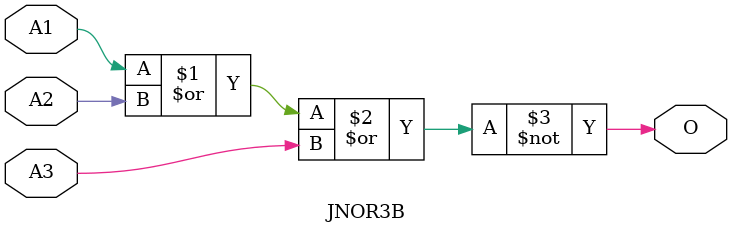
<source format=v>
module JNOR3B(A1, A2, A3, O);
input   A1;
input   A2;
input   A3;
output  O;
nor g0(O, A1, A2, A3);
endmodule
</source>
